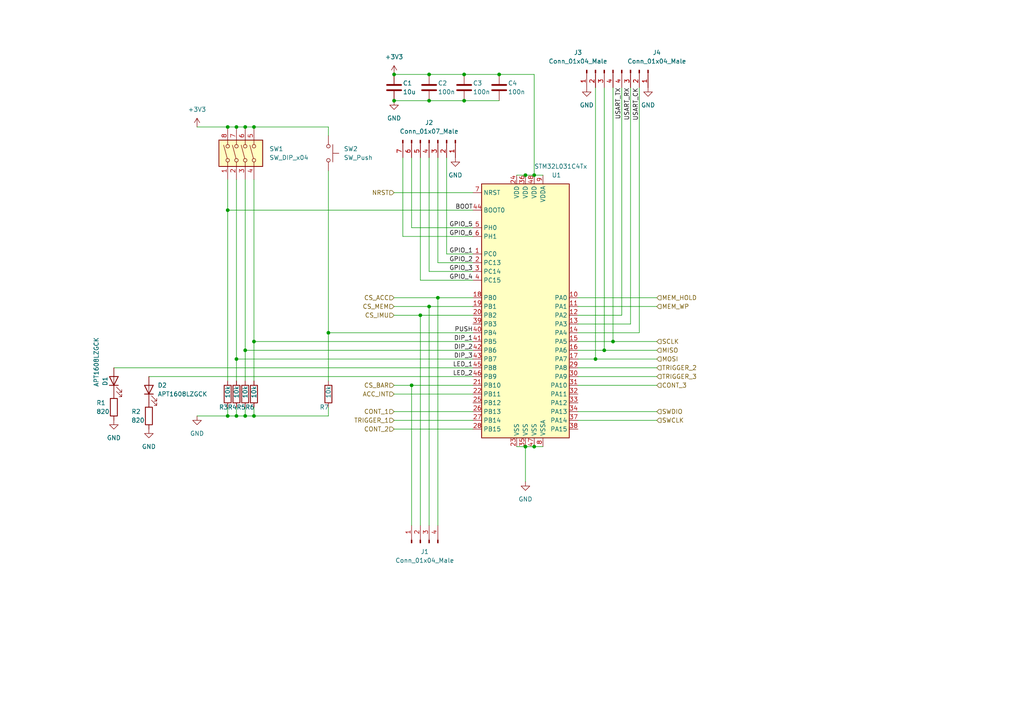
<source format=kicad_sch>
(kicad_sch (version 20211123) (generator eeschema)
  (paper "A4")
  (title_block (title "PAL 9000") (date "3/5/2022") (rev "2") (company "Purdue Space Program High Altitude"))
  (lib_symbols
    (symbol "Connector:Conn_01x04_Male" (pin_names (offset 1.016) hide)
      (property "Reference" "J" (at 0 5.08 0))
      (property "Value" "Conn_01x04_Male" (at 0 -7.62 0))
      (symbol "Conn_01x04_Male_1_1"
        (polyline (pts (xy 1.27 -5.08) (xy 0.8636 -5.08)) (stroke (width 0.1524)))
        (polyline (pts (xy 1.27 -2.54) (xy 0.8636 -2.54)) (stroke (width 0.1524)))
        (polyline (pts (xy 1.27 0) (xy 0.8636 0)) (stroke (width 0.1524)))
        (polyline (pts (xy 1.27 2.54) (xy 0.8636 2.54)) (stroke (width 0.1524)))
        (rectangle (start 0.8636 -4.953) (end 0 -5.207) (stroke (width 0.1524)) (fill (type outline)))
        (rectangle (start 0.8636 -2.413) (end 0 -2.667) (stroke (width 0.1524)) (fill (type outline)))
        (rectangle (start 0.8636 0.127) (end 0 -0.127) (stroke (width 0.1524)) (fill (type outline)))
        (rectangle (start 0.8636 2.667) (end 0 2.413) (stroke (width 0.1524)) (fill (type outline)))
        (pin passive line (at 5.08 2.54 180) (length 3.81) (name "Pin_1") (number "1"))
        (pin passive line (at 5.08 0 180) (length 3.81) (name "Pin_2") (number "2"))
        (pin passive line (at 5.08 -2.54 180) (length 3.81) (name "Pin_3") (number "3"))
        (pin passive line (at 5.08 -5.08 180) (length 3.81) (name "Pin_4") (number "4"))
      )
    )
    (symbol "Connector:Conn_01x07_Male" (pin_names (offset 1.016) hide)
      (property "Reference" "J" (at 0 10.16 0))
      (property "Value" "Conn_01x07_Male" (at 0 -10.16 0))
      (symbol "Conn_01x07_Male_1_1"
        (polyline (pts (xy 1.27 -7.62) (xy 0.8636 -7.62)) (stroke (width 0.1524)))
        (polyline (pts (xy 1.27 -5.08) (xy 0.8636 -5.08)) (stroke (width 0.1524)))
        (polyline (pts (xy 1.27 -2.54) (xy 0.8636 -2.54)) (stroke (width 0.1524)))
        (polyline (pts (xy 1.27 0) (xy 0.8636 0)) (stroke (width 0.1524)))
        (polyline (pts (xy 1.27 2.54) (xy 0.8636 2.54)) (stroke (width 0.1524)))
        (polyline (pts (xy 1.27 5.08) (xy 0.8636 5.08)) (stroke (width 0.1524)))
        (polyline (pts (xy 1.27 7.62) (xy 0.8636 7.62)) (stroke (width 0.1524)))
        (rectangle (start 0.8636 -7.493) (end 0 -7.747) (stroke (width 0.1524)) (fill (type outline)))
        (rectangle (start 0.8636 -4.953) (end 0 -5.207) (stroke (width 0.1524)) (fill (type outline)))
        (rectangle (start 0.8636 -2.413) (end 0 -2.667) (stroke (width 0.1524)) (fill (type outline)))
        (rectangle (start 0.8636 0.127) (end 0 -0.127) (stroke (width 0.1524)) (fill (type outline)))
        (rectangle (start 0.8636 2.667) (end 0 2.413) (stroke (width 0.1524)) (fill (type outline)))
        (rectangle (start 0.8636 5.207) (end 0 4.953) (stroke (width 0.1524)) (fill (type outline)))
        (rectangle (start 0.8636 7.747) (end 0 7.493) (stroke (width 0.1524)) (fill (type outline)))
        (pin passive line (at 5.08 7.62 180) (length 3.81) (name "Pin_1") (number "1"))
        (pin passive line (at 5.08 5.08 180) (length 3.81) (name "Pin_2") (number "2"))
        (pin passive line (at 5.08 2.54 180) (length 3.81) (name "Pin_3") (number "3"))
        (pin passive line (at 5.08 0 180) (length 3.81) (name "Pin_4") (number "4"))
        (pin passive line (at 5.08 -2.54 180) (length 3.81) (name "Pin_5") (number "5"))
        (pin passive line (at 5.08 -5.08 180) (length 3.81) (name "Pin_6") (number "6"))
        (pin passive line (at 5.08 -7.62 180) (length 3.81) (name "Pin_7") (number "7"))
      )
    )
    (symbol "Device:C" (pin_numbers hide) (pin_names (offset 0.254))
      (property "Reference" "C" (at 0.635 2.54 0))
      (property "Value" "C" (at 0.635 -2.54 0))
      (symbol "C_0_1"
        (polyline (pts (xy -2.032 -0.762) (xy 2.032 -0.762)) (stroke (width 0.508)))
        (polyline (pts (xy -2.032 0.762) (xy 2.032 0.762)) (stroke (width 0.508)))
      )
      (symbol "C_1_1"
        (pin passive line (at 0 3.81 270) (length 2.794) (name "~") (number "1"))
        (pin passive line (at 0 -3.81 90) (length 2.794) (name "~") (number "2"))
      )
    )
    (symbol "Device:LED" (pin_numbers hide) (pin_names (offset 1.016) hide)
      (property "Reference" "D" (at 0 2.54 0))
      (property "Value" "LED" (at 0 -2.54 0))
      (symbol "LED_0_1"
        (polyline (pts (xy -1.27 -1.27) (xy -1.27 1.27)) (stroke (width 0.254)))
        (polyline (pts (xy -1.27 0) (xy 1.27 0)))
        (polyline (pts (xy 1.27 -1.27) (xy 1.27 1.27) (xy -1.27 0) (xy 1.27 -1.27)) (stroke (width 0.254)))
        (polyline (pts (xy -3.048 -0.762) (xy -4.572 -2.286) (xy -3.81 -2.286) (xy -4.572 -2.286) (xy -4.572 -1.524)))
        (polyline (pts (xy -1.778 -0.762) (xy -3.302 -2.286) (xy -2.54 -2.286) (xy -3.302 -2.286) (xy -3.302 -1.524)))
      )
      (symbol "LED_1_1"
        (pin passive line (at -3.81 0 0) (length 2.54) (name "K") (number "1"))
        (pin passive line (at 3.81 0 180) (length 2.54) (name "A") (number "2"))
      )
    )
    (symbol "Device:R" (pin_numbers hide) (pin_names (offset 0))
      (property "Reference" "R" (at 2.032 0 90))
      (property "Value" "R" (at 0 0 90))
      (symbol "R_0_1"
        (rectangle (start -1.016 -2.54) (end 1.016 2.54) (stroke (width 0.254)))
      )
      (symbol "R_1_1"
        (pin passive line (at 0 3.81 270) (length 1.27) (name "~") (number "1"))
        (pin passive line (at 0 -3.81 90) (length 1.27) (name "~") (number "2"))
      )
    )
    (symbol "MCU_ST_STM32L0:STM32L031C4Tx"
      (property "Reference" "U" (at -12.7 36.83 0))
      (property "Value" "STM32L031C4Tx" (at 7.62 36.83 0))
      (symbol "STM32L031C4Tx_0_1"
        (rectangle (start -12.7 -38.1) (end 12.7 35.56) (stroke (width 0.254)) (fill (type background)))
      )
      (symbol "STM32L031C4Tx_1_1"
        (pin bidirectional line (at -15.24 15.24 0) (length 2.54) (name "PC0") (number "1"))
        (pin bidirectional line (at 15.24 2.54 180) (length 2.54) (name "PA0") (number "10"))
        (pin bidirectional line (at 15.24 0 180) (length 2.54) (name "PA1") (number "11"))
        (pin bidirectional line (at 15.24 -2.54 180) (length 2.54) (name "PA2") (number "12"))
        (pin bidirectional line (at 15.24 -5.08 180) (length 2.54) (name "PA3") (number "13"))
        (pin bidirectional line (at 15.24 -7.62 180) (length 2.54) (name "PA4") (number "14"))
        (pin bidirectional line (at 15.24 -10.16 180) (length 2.54) (name "PA5") (number "15"))
        (pin bidirectional line (at 15.24 -12.7 180) (length 2.54) (name "PA6") (number "16"))
        (pin bidirectional line (at 15.24 -15.24 180) (length 2.54) (name "PA7") (number "17"))
        (pin bidirectional line (at -15.24 2.54 0) (length 2.54) (name "PB0") (number "18"))
        (pin bidirectional line (at -15.24 0 0) (length 2.54) (name "PB1") (number "19"))
        (pin bidirectional line (at -15.24 12.7 0) (length 2.54) (name "PC13") (number "2"))
        (pin bidirectional line (at -15.24 -2.54 0) (length 2.54) (name "PB2") (number "20"))
        (pin bidirectional line (at -15.24 -22.86 0) (length 2.54) (name "PB10") (number "21"))
        (pin bidirectional line (at -15.24 -25.4 0) (length 2.54) (name "PB11") (number "22"))
        (pin power_in line (at -2.54 -40.64 90) (length 2.54) (name "VSS") (number "23"))
        (pin power_in line (at -2.54 38.1 270) (length 2.54) (name "VDD") (number "24"))
        (pin bidirectional line (at -15.24 -27.94 0) (length 2.54) (name "PB12") (number "25"))
        (pin bidirectional line (at -15.24 -30.48 0) (length 2.54) (name "PB13") (number "26"))
        (pin bidirectional line (at -15.24 -33.02 0) (length 2.54) (name "PB14") (number "27"))
        (pin bidirectional line (at -15.24 -35.56 0) (length 2.54) (name "PB15") (number "28"))
        (pin bidirectional line (at 15.24 -17.78 180) (length 2.54) (name "PA8") (number "29"))
        (pin bidirectional line (at -15.24 10.16 0) (length 2.54) (name "PC14") (number "3"))
        (pin bidirectional line (at 15.24 -20.32 180) (length 2.54) (name "PA9") (number "30"))
        (pin bidirectional line (at 15.24 -22.86 180) (length 2.54) (name "PA10") (number "31"))
        (pin bidirectional line (at 15.24 -25.4 180) (length 2.54) (name "PA11") (number "32"))
        (pin bidirectional line (at 15.24 -27.94 180) (length 2.54) (name "PA12") (number "33"))
        (pin bidirectional line (at 15.24 -30.48 180) (length 2.54) (name "PA13") (number "34"))
        (pin power_in line (at 0 -40.64 90) (length 2.54) (name "VSS") (number "35"))
        (pin power_in line (at 0 38.1 270) (length 2.54) (name "VDD") (number "36"))
        (pin bidirectional line (at 15.24 -33.02 180) (length 2.54) (name "PA14") (number "37"))
        (pin bidirectional line (at 15.24 -35.56 180) (length 2.54) (name "PA15") (number "38"))
        (pin bidirectional line (at -15.24 -5.08 0) (length 2.54) (name "PB3") (number "39"))
        (pin bidirectional line (at -15.24 7.62 0) (length 2.54) (name "PC15") (number "4"))
        (pin bidirectional line (at -15.24 -7.62 0) (length 2.54) (name "PB4") (number "40"))
        (pin bidirectional line (at -15.24 -10.16 0) (length 2.54) (name "PB5") (number "41"))
        (pin bidirectional line (at -15.24 -12.7 0) (length 2.54) (name "PB6") (number "42"))
        (pin bidirectional line (at -15.24 -15.24 0) (length 2.54) (name "PB7") (number "43"))
        (pin input line (at -15.24 27.94 0) (length 2.54) (name "BOOT0") (number "44"))
        (pin bidirectional line (at -15.24 -17.78 0) (length 2.54) (name "PB8") (number "45"))
        (pin bidirectional line (at -15.24 -20.32 0) (length 2.54) (name "PB9") (number "46"))
        (pin power_in line (at 2.54 -40.64 90) (length 2.54) (name "VSS") (number "47"))
        (pin power_in line (at 2.54 38.1 270) (length 2.54) (name "VDD") (number "48"))
        (pin input line (at -15.24 22.86 0) (length 2.54) (name "PH0") (number "5"))
        (pin input line (at -15.24 20.32 0) (length 2.54) (name "PH1") (number "6"))
        (pin input line (at -15.24 33.02 0) (length 2.54) (name "NRST") (number "7"))
        (pin power_in line (at 5.08 -40.64 90) (length 2.54) (name "VSSA") (number "8"))
        (pin power_in line (at 5.08 38.1 270) (length 2.54) (name "VDDA") (number "9"))
      )
    )
    (symbol "Switch:SW_DIP_x04" (pin_names (offset 0) hide)
      (property "Reference" "SW" (at 0 8.89 0))
      (property "Value" "SW_DIP_x04" (at 0 -6.35 0))
      (symbol "SW_DIP_x04_0_0"
        (circle (center -2.032 -2.54) (radius 0.508))
        (circle (center -2.032 0) (radius 0.508))
        (circle (center -2.032 2.54) (radius 0.508))
        (circle (center -2.032 5.08) (radius 0.508))
        (polyline (pts (xy -1.524 -2.3876) (xy 2.3622 -1.3462)))
        (polyline (pts (xy -1.524 0.127) (xy 2.3622 1.1684)))
        (polyline (pts (xy -1.524 2.667) (xy 2.3622 3.7084)))
        (polyline (pts (xy -1.524 5.207) (xy 2.3622 6.2484)))
        (circle (center 2.032 -2.54) (radius 0.508))
        (circle (center 2.032 0) (radius 0.508))
        (circle (center 2.032 2.54) (radius 0.508))
        (circle (center 2.032 5.08) (radius 0.508))
      )
      (symbol "SW_DIP_x04_0_1"
        (rectangle (start -3.81 7.62) (end 3.81 -5.08) (stroke (width 0.254)) (fill (type background)))
      )
      (symbol "SW_DIP_x04_1_1"
        (pin passive line (at -7.62 5.08 0) (length 5.08) (name "~") (number "1"))
        (pin passive line (at -7.62 2.54 0) (length 5.08) (name "~") (number "2"))
        (pin passive line (at -7.62 0 0) (length 5.08) (name "~") (number "3"))
        (pin passive line (at -7.62 -2.54 0) (length 5.08) (name "~") (number "4"))
        (pin passive line (at 7.62 -2.54 180) (length 5.08) (name "~") (number "5"))
        (pin passive line (at 7.62 0 180) (length 5.08) (name "~") (number "6"))
        (pin passive line (at 7.62 2.54 180) (length 5.08) (name "~") (number "7"))
        (pin passive line (at 7.62 5.08 180) (length 5.08) (name "~") (number "8"))
      )
    )
    (symbol "Switch:SW_Push" (pin_numbers hide) (pin_names (offset 1.016) hide)
      (property "Reference" "SW" (at 1.27 2.54 0))
      (property "Value" "SW_Push" (at 0 -1.524 0))
      (symbol "SW_Push_0_1"
        (circle (center -2.032 0) (radius 0.508))
        (polyline (pts (xy 0 1.27) (xy 0 3.048)))
        (polyline (pts (xy 2.54 1.27) (xy -2.54 1.27)))
        (circle (center 2.032 0) (radius 0.508))
        (pin passive line (at -5.08 0 0) (length 2.54) (name "1") (number "1"))
        (pin passive line (at 5.08 0 180) (length 2.54) (name "2") (number "2"))
      )
    )
    (symbol "power:+3V3" (power) (pin_names (offset 0))
      (property "Value" "+3V3" (at 0 3.556 0))
      (symbol "+3V3_0_1"
        (polyline (pts (xy -0.762 1.27) (xy 0 2.54)))
        (polyline (pts (xy 0 0) (xy 0 2.54)))
        (polyline (pts (xy 0 2.54) (xy 0.762 1.27)))
      )
      (symbol "+3V3_1_1"
        (pin power_in line (at 0 0 90) (length 0) hide (name "+3V3") (number "1"))
      )
    )
    (symbol "power:GND" (power) (pin_names (offset 0))
      (property "Value" "GND" (at 0 -3.81 0))
      (symbol "GND_0_1"
        (polyline (pts (xy 0 0) (xy 0 -1.27) (xy 1.27 -1.27) (xy 0 -2.54) (xy -1.27 -1.27) (xy 0 -1.27)))
      )
      (symbol "GND_1_1"
        (pin power_in line (at 0 0 270) (length 0) hide (name "GND") (number "1"))
      )
    )
  )
  (junction (at 114.3 29.21))
  (junction (at 127 86.36))
  (junction (at 144.78 21.59))
  (junction (at 73.66 120.65))
  (junction (at 119.38 111.76))
  (junction (at 154.94 50.8))
  (junction (at 134.62 21.59))
  (junction (at 66.04 60.96))
  (junction (at 152.4 129.54))
  (junction (at 172.72 104.14))
  (junction (at 175.26 101.6))
  (junction (at 68.58 104.14))
  (junction (at 66.04 36.83))
  (junction (at 71.12 101.6))
  (junction (at 71.12 120.65))
  (junction (at 73.66 36.83))
  (junction (at 71.12 36.83))
  (junction (at 134.62 29.21))
  (junction (at 95.25 96.52))
  (junction (at 68.58 36.83))
  (junction (at 66.04 120.65))
  (junction (at 73.66 99.06))
  (junction (at 121.92 91.44))
  (junction (at 177.8 99.06))
  (junction (at 154.94 129.54))
  (junction (at 68.58 120.65))
  (junction (at 124.46 29.21))
  (junction (at 114.3 21.59))
  (junction (at 152.4 50.8))
  (junction (at 124.46 88.9))
  (junction (at 124.46 21.59))
  (wire (pts (xy 95.25 120.65) (xy 95.25 118.11)))
  (wire (pts (xy 114.3 121.92) (xy 137.16 121.92)))
  (wire (pts (xy 124.46 21.59) (xy 134.62 21.59)))
  (wire (pts (xy 167.64 91.44) (xy 180.34 91.44)))
  (wire (pts (xy 177.8 25.4) (xy 177.8 99.06)))
  (wire (pts (xy 127 86.36) (xy 127 152.4)))
  (wire (pts (xy 57.15 120.65) (xy 66.04 120.65)))
  (wire (pts (xy 114.3 114.3) (xy 137.16 114.3)))
  (wire (pts (xy 71.12 101.6) (xy 137.16 101.6)))
  (wire (pts (xy 154.94 21.59) (xy 154.94 50.8)))
  (wire (pts (xy 172.72 25.4) (xy 172.72 104.14)))
  (wire (pts (xy 114.3 55.88) (xy 137.16 55.88)))
  (wire (pts (xy 114.3 111.76) (xy 119.38 111.76)))
  (wire (pts (xy 167.64 104.14) (xy 172.72 104.14)))
  (wire (pts (xy 167.64 109.22) (xy 190.5 109.22)))
  (wire (pts (xy 177.8 99.06) (xy 190.5 99.06)))
  (wire (pts (xy 114.3 124.46) (xy 137.16 124.46)))
  (wire (pts (xy 121.92 91.44) (xy 137.16 91.44)))
  (wire (pts (xy 124.46 88.9) (xy 124.46 152.4)))
  (wire (pts (xy 154.94 129.54) (xy 157.48 129.54)))
  (wire (pts (xy 137.16 68.58) (xy 116.84 68.58)))
  (wire (pts (xy 68.58 36.83) (xy 66.04 36.83)))
  (wire (pts (xy 73.66 36.83) (xy 71.12 36.83)))
  (wire (pts (xy 167.64 99.06) (xy 177.8 99.06)))
  (wire (pts (xy 73.66 99.06) (xy 73.66 110.49)))
  (wire (pts (xy 71.12 101.6) (xy 71.12 110.49)))
  (wire (pts (xy 137.16 78.74) (xy 124.46 78.74)))
  (wire (pts (xy 95.25 49.53) (xy 95.25 96.52)))
  (wire (pts (xy 124.46 29.21) (xy 134.62 29.21)))
  (wire (pts (xy 172.72 104.14) (xy 190.5 104.14)))
  (wire (pts (xy 180.34 91.44) (xy 180.34 25.4)))
  (wire (pts (xy 127 86.36) (xy 137.16 86.36)))
  (wire (pts (xy 73.66 99.06) (xy 137.16 99.06)))
  (wire (pts (xy 129.54 73.66) (xy 129.54 45.72)))
  (wire (pts (xy 144.78 21.59) (xy 154.94 21.59)))
  (wire (pts (xy 95.25 36.83) (xy 73.66 36.83)))
  (wire (pts (xy 68.58 118.11) (xy 68.58 120.65)))
  (wire (pts (xy 137.16 76.2) (xy 127 76.2)))
  (wire (pts (xy 71.12 36.83) (xy 68.58 36.83)))
  (wire (pts (xy 137.16 66.04) (xy 119.38 66.04)))
  (wire (pts (xy 68.58 104.14) (xy 137.16 104.14)))
  (wire (pts (xy 114.3 21.59) (xy 124.46 21.59)))
  (wire (pts (xy 182.88 93.98) (xy 182.88 25.4)))
  (wire (pts (xy 95.25 96.52) (xy 137.16 96.52)))
  (wire (pts (xy 152.4 129.54) (xy 154.94 129.54)))
  (wire (pts (xy 119.38 111.76) (xy 119.38 152.4)))
  (wire (pts (xy 71.12 120.65) (xy 73.66 120.65)))
  (wire (pts (xy 167.64 106.68) (xy 190.5 106.68)))
  (wire (pts (xy 149.86 129.54) (xy 152.4 129.54)))
  (wire (pts (xy 57.15 36.83) (xy 66.04 36.83)))
  (wire (pts (xy 119.38 111.76) (xy 137.16 111.76)))
  (wire (pts (xy 167.64 119.38) (xy 190.5 119.38)))
  (wire (pts (xy 66.04 60.96) (xy 137.16 60.96)))
  (wire (pts (xy 43.18 109.22) (xy 137.16 109.22)))
  (wire (pts (xy 68.58 104.14) (xy 68.58 110.49)))
  (wire (pts (xy 137.16 81.28) (xy 121.92 81.28)))
  (wire (pts (xy 95.25 96.52) (xy 95.25 110.49)))
  (wire (pts (xy 175.26 101.6) (xy 190.5 101.6)))
  (wire (pts (xy 185.42 96.52) (xy 185.42 25.4)))
  (wire (pts (xy 66.04 120.65) (xy 68.58 120.65)))
  (wire (pts (xy 152.4 50.8) (xy 154.94 50.8)))
  (wire (pts (xy 134.62 29.21) (xy 144.78 29.21)))
  (wire (pts (xy 95.25 39.37) (xy 95.25 36.83)))
  (wire (pts (xy 73.66 118.11) (xy 73.66 120.65)))
  (wire (pts (xy 68.58 52.07) (xy 68.58 104.14)))
  (wire (pts (xy 66.04 118.11) (xy 66.04 120.65)))
  (wire (pts (xy 175.26 25.4) (xy 175.26 101.6)))
  (wire (pts (xy 114.3 88.9) (xy 124.46 88.9)))
  (wire (pts (xy 119.38 66.04) (xy 119.38 45.72)))
  (wire (pts (xy 167.64 86.36) (xy 190.5 86.36)))
  (wire (pts (xy 127 76.2) (xy 127 45.72)))
  (wire (pts (xy 121.92 91.44) (xy 121.92 152.4)))
  (wire (pts (xy 154.94 50.8) (xy 157.48 50.8)))
  (wire (pts (xy 167.64 101.6) (xy 175.26 101.6)))
  (wire (pts (xy 167.64 121.92) (xy 190.5 121.92)))
  (wire (pts (xy 71.12 118.11) (xy 71.12 120.65)))
  (wire (pts (xy 149.86 50.8) (xy 152.4 50.8)))
  (wire (pts (xy 73.66 120.65) (xy 95.25 120.65)))
  (wire (pts (xy 167.64 111.76) (xy 190.5 111.76)))
  (wire (pts (xy 66.04 60.96) (xy 66.04 110.49)))
  (wire (pts (xy 121.92 81.28) (xy 121.92 45.72)))
  (wire (pts (xy 137.16 73.66) (xy 129.54 73.66)))
  (wire (pts (xy 68.58 120.65) (xy 71.12 120.65)))
  (wire (pts (xy 66.04 52.07) (xy 66.04 60.96)))
  (wire (pts (xy 114.3 119.38) (xy 137.16 119.38)))
  (wire (pts (xy 134.62 21.59) (xy 144.78 21.59)))
  (wire (pts (xy 124.46 88.9) (xy 137.16 88.9)))
  (wire (pts (xy 124.46 78.74) (xy 124.46 45.72)))
  (wire (pts (xy 114.3 86.36) (xy 127 86.36)))
  (wire (pts (xy 116.84 68.58) (xy 116.84 45.72)))
  (wire (pts (xy 73.66 52.07) (xy 73.66 99.06)))
  (wire (pts (xy 71.12 52.07) (xy 71.12 101.6)))
  (wire (pts (xy 167.64 96.52) (xy 185.42 96.52)))
  (wire (pts (xy 114.3 91.44) (xy 121.92 91.44)))
  (wire (pts (xy 167.64 88.9) (xy 190.5 88.9)))
  (wire (pts (xy 33.02 106.68) (xy 137.16 106.68)))
  (wire (pts (xy 152.4 129.54) (xy 152.4 139.7)))
  (wire (pts (xy 114.3 29.21) (xy 124.46 29.21)))
  (wire (pts (xy 167.64 93.98) (xy 182.88 93.98)))
  (label "GPIO_2" (at 137.16 76.2 180))
  (label "GPIO_6" (at 137.16 68.58 180))
  (label "GPIO_1" (at 137.16 73.66 180))
  (label "GPIO_3" (at 137.16 78.74 180))
  (label "DIP_1" (at 137.16 99.06 180))
  (label "USART_RX" (at 182.88 25.4 270))
  (label "DIP_3" (at 137.16 104.14 180))
  (label "USART_TX" (at 180.34 25.4 270))
  (label "LED_1" (at 137.16 106.68 180))
  (label "GPIO_4" (at 137.16 81.28 180))
  (label "LED_2" (at 137.16 109.22 180))
  (label "BOOT" (at 137.16 60.96 180))
  (label "USART_CK" (at 185.42 25.4 270))
  (label "DIP_2" (at 137.16 101.6 180))
  (label "GPIO_5" (at 137.16 66.04 180))
  (label "PUSH" (at 137.16 96.52 180))
  (hierarchical_label "CONT_1" (shape input) (at 114.3 119.38 180))
  (hierarchical_label "NRST" (shape input) (at 114.3 55.88 180))
  (hierarchical_label "MISO" (shape input) (at 190.5 101.6 0))
  (hierarchical_label "MEM_HOLD" (shape input) (at 190.5 86.36 0))
  (hierarchical_label "SWCLK" (shape input) (at 190.5 121.92 0))
  (hierarchical_label "ACC_INT" (shape input) (at 114.3 114.3 180))
  (hierarchical_label "CS_BAR" (shape input) (at 114.3 111.76 180))
  (hierarchical_label "CONT_2" (shape input) (at 114.3 124.46 180))
  (hierarchical_label "TRIGGER_3" (shape input) (at 190.5 109.22 0))
  (hierarchical_label "TRIGGER_1" (shape input) (at 114.3 121.92 180))
  (hierarchical_label "CS_MEM" (shape input) (at 114.3 88.9 180))
  (hierarchical_label "CS_ACC" (shape input) (at 114.3 86.36 180))
  (hierarchical_label "SCLK" (shape input) (at 190.5 99.06 0))
  (hierarchical_label "TRIGGER_2" (shape input) (at 190.5 106.68 0))
  (hierarchical_label "MEM_WP" (shape input) (at 190.5 88.9 0))
  (hierarchical_label "MOSI" (shape input) (at 190.5 104.14 0))
  (hierarchical_label "CS_IMU" (shape input) (at 114.3 91.44 180))
  (hierarchical_label "CONT_3" (shape input) (at 190.5 111.76 0))
  (hierarchical_label "SWDIO" (shape input) (at 190.5 119.38 0))
  (symbol (lib_id "Device:C") (at 144.78 25.4 0) (unit 1)
    (property "Reference" "C4" (at 147.32 24.13 0) (effects (justify left)))
    (property "Value" "100n" (at 147.32 26.67 0) (effects (justify left)))
    (property "Footprint" "Capacitor_SMD:C_0603_1608Metric" (effects hide))
  )
  (symbol (lib_id "Switch:SW_Push") (at 95.25 44.45 270) (unit 1)
    (property "Reference" "SW2" (at 99.695 43.1799 90) (effects (justify left)))
    (property "Value" "SW_Push" (at 99.695 45.7199 90) (effects (justify left)))
    (property "Footprint" "Button_Switch_SMD:SW_Push_1P1T_NO_CK_KSC7xxJ" (effects hide))
  )
  (symbol (lib_id "Device:R") (at 73.66 114.3 0) (unit 1)
    (property "Reference" "R6" (at 71.12 118.11 0) (effects (justify left)))
    (property "Value" "10k" (at 73.66 115.57 90) (effects (justify left)))
    (property "Footprint" "Resistor_SMD:R_0603_1608Metric" (effects hide))
  )
  (symbol (lib_id "power:GND") (at 114.3 29.21 0) (unit 1)
    (property "Reference" "#PWR06" (effects hide))
    (property "Value" "GND" (at 114.3 34.29 0))
  )
  (symbol (lib_id "Device:R") (at 66.04 114.3 0) (unit 1)
    (property "Reference" "R3" (at 63.5 118.11 0) (effects (justify left)))
    (property "Value" "10k" (at 66.04 115.57 90) (effects (justify left)))
    (property "Footprint" "Resistor_SMD:R_0603_1608Metric" (effects hide))
  )
  (symbol (lib_id "Device:R") (at 95.25 114.3 0) (unit 1)
    (property "Reference" "R7" (at 92.71 118.11 0) (effects (justify left)))
    (property "Value" "10k" (at 95.25 115.57 90) (effects (justify left)))
    (property "Footprint" "Resistor_SMD:R_0603_1608Metric" (effects hide))
  )
  (symbol (lib_id "power:+3V3") (at 57.15 36.83 0) (unit 1)
    (property "Reference" "#PWR03" (effects hide))
    (property "Value" "+3V3" (at 57.15 31.75 0))
  )
  (symbol (lib_id "Connector:Conn_01x04_Male") (at 172.72 20.32 90) (mirror x) (unit 1)
    (property "Reference" "J3" (at 167.64 15.24 90))
    (property "Value" "Conn_01x04_Male" (at 167.64 17.78 90))
    (property "Footprint" "Connector_PinHeader_2.54mm:PinHeader_1x04_P2.54mm_Vertical" (effects hide))
  )
  (symbol (lib_id "power:GND") (at 33.02 121.92 0) (unit 1)
    (property "Reference" "#PWR01" (effects hide))
    (property "Value" "GND" (at 33.02 127 0))
  )
  (symbol (lib_id "Device:C") (at 114.3 25.4 0) (unit 1)
    (property "Reference" "C1" (at 116.84 24.13 0) (effects (justify left)))
    (property "Value" "10u" (at 116.84 26.67 0) (effects (justify left)))
    (property "Footprint" "Capacitor_SMD:C_0603_1608Metric" (effects hide))
  )
  (symbol (lib_id "power:GND") (at 152.4 139.7 0) (unit 1)
    (property "Reference" "#PWR08" (effects hide))
    (property "Value" "GND" (at 152.4 144.78 0))
  )
  (symbol (lib_id "Device:R") (at 68.58 114.3 0) (unit 1)
    (property "Reference" "R4" (at 66.04 118.11 0) (effects (justify left)))
    (property "Value" "10k" (at 68.58 115.57 90) (effects (justify left)))
    (property "Footprint" "Resistor_SMD:R_0603_1608Metric" (effects hide))
  )
  (symbol (lib_id "Device:R") (at 71.12 114.3 0) (unit 1)
    (property "Reference" "R5" (at 68.58 118.11 0) (effects (justify left)))
    (property "Value" "10k" (at 71.12 115.57 90) (effects (justify left)))
    (property "Footprint" "Resistor_SMD:R_0603_1608Metric" (effects hide))
  )
  (symbol (lib_id "Device:R") (at 43.18 120.65 0) (unit 1)
    (property "Reference" "R2" (at 38.1 119.38 0) (effects (justify left)))
    (property "Value" "820" (at 38.1 121.92 0) (effects (justify left)))
    (property "Footprint" "Resistor_SMD:R_0603_1608Metric" (effects hide))
  )
  (symbol (lib_id "MCU_ST_STM32L0:STM32L031C4Tx") (at 152.4 88.9 0) (unit 1)
    (property "Reference" "U1" (at 160.02 50.8 0) (effects (justify left)))
    (property "Value" "STM32L031C4Tx" (at 154.94 48.26 0) (effects (justify left)))
    (property "Footprint" "Package_QFP:LQFP-48_7x7mm_P0.5mm" (effects hide))
    (property "Datasheet" "http://www.st.com/st-web-ui/static/active/en/resource/technical/document/datasheet/DM00140359.pdf" (effects hide))
  )
  (symbol (lib_id "power:GND") (at 132.08 45.72 0) (unit 1)
    (property "Reference" "#PWR07" (effects hide))
    (property "Value" "GND" (at 132.08 50.8 0))
  )
  (symbol (lib_id "power:GND") (at 170.18 25.4 0) (unit 1)
    (property "Reference" "#PWR09" (effects hide))
    (property "Value" "GND" (at 170.18 30.48 0))
  )
  (symbol (lib_id "power:GND") (at 187.96 25.4 0) (unit 1)
    (property "Reference" "#PWR010" (effects hide))
    (property "Value" "GND" (at 187.96 30.48 0))
  )
  (symbol (lib_id "power:GND") (at 43.18 124.46 0) (unit 1)
    (property "Reference" "#PWR02" (effects hide))
    (property "Value" "GND" (at 43.18 129.54 0))
  )
  (symbol (lib_id "Device:C") (at 134.62 25.4 0) (unit 1)
    (property "Reference" "C3" (at 137.16 24.13 0) (effects (justify left)))
    (property "Value" "100n" (at 137.16 26.67 0) (effects (justify left)))
    (property "Footprint" "Capacitor_SMD:C_0603_1608Metric" (effects hide))
  )
  (symbol (lib_id "Device:LED") (at 33.02 110.49 90) (unit 1)
    (property "Reference" "D1" (at 30.48 109.22 0) (effects (justify right)))
    (property "Value" "APT1608LZGCK" (at 27.94 97.79 0) (effects (justify right)))
    (property "Footprint" "LED_SMD:LED_0603_1608Metric" (effects hide))
  )
  (symbol (lib_id "Connector:Conn_01x04_Male") (at 121.92 157.48 90) (unit 1)
    (property "Reference" "J1" (at 123.19 160.02 90))
    (property "Value" "Conn_01x04_Male" (at 123.19 162.56 90))
    (property "Footprint" "Connector_PinHeader_2.54mm:PinHeader_1x04_P2.54mm_Vertical" (effects hide))
  )
  (symbol (lib_id "Device:LED") (at 43.18 113.03 90) (unit 1)
    (property "Reference" "D2" (at 45.72 111.76 90) (effects (justify right)))
    (property "Value" "APT1608LZGCK" (at 45.72 114.3 90) (effects (justify right)))
    (property "Footprint" "LED_SMD:LED_0603_1608Metric" (effects hide))
  )
  (symbol (lib_id "Switch:SW_DIP_x04") (at 71.12 44.45 90) (unit 1)
    (property "Reference" "SW1" (at 78.105 43.1799 90) (effects (justify right)))
    (property "Value" "SW_DIP_x04" (at 78.105 45.7199 90) (effects (justify right)))
    (property "Footprint" "Button_Switch_SMD:SW_DIP_SPSTx04_Slide_Omron_A6S-410x_W8.9mm_P2.54mm" (effects hide))
  )
  (symbol (lib_id "Connector:Conn_01x07_Male") (at 124.46 40.64 270) (unit 1)
    (property "Reference" "J2" (at 124.46 35.56 90))
    (property "Value" "Conn_01x07_Male" (at 124.46 38.1 90))
    (property "Footprint" "Connector_PinHeader_2.54mm:PinHeader_1x07_P2.54mm_Vertical" (effects hide))
  )
  (symbol (lib_id "Device:R") (at 33.02 118.11 0) (unit 1)
    (property "Reference" "R1" (at 27.94 116.84 0) (effects (justify left)))
    (property "Value" "820" (at 27.94 119.3799 0) (effects (justify left)))
    (property "Footprint" "Resistor_SMD:R_0603_1608Metric" (effects hide))
  )
  (symbol (lib_id "power:+3V3") (at 114.3 21.59 0) (unit 1)
    (property "Reference" "#PWR05" (effects hide))
    (property "Value" "+3V3" (at 114.3 16.51 0))
  )
  (symbol (lib_id "Device:C") (at 124.46 25.4 0) (unit 1)
    (property "Reference" "C2" (at 127 24.13 0) (effects (justify left)))
    (property "Value" "100n" (at 127 26.67 0) (effects (justify left)))
    (property "Footprint" "Capacitor_SMD:C_0603_1608Metric" (effects hide))
  )
  (symbol (lib_id "power:GND") (at 57.15 120.65 0) (unit 1)
    (property "Reference" "#PWR04" (effects hide))
    (property "Value" "GND" (at 57.15 125.73 0))
  )
  (symbol (lib_id "Connector:Conn_01x04_Male") (at 185.42 20.32 270) (unit 1)
    (property "Reference" "J4" (at 190.5 15.24 90))
    (property "Value" "Conn_01x04_Male" (at 190.5 17.78 90))
    (property "Footprint" "Connector_PinHeader_2.54mm:PinHeader_1x04_P2.54mm_Vertical" (effects hide))
  )
)
</source>
